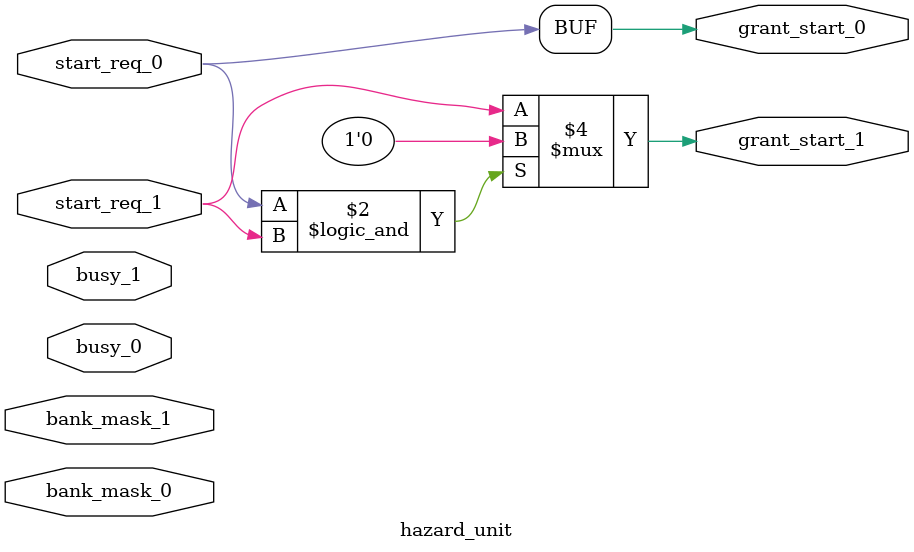
<source format=v>
`timescale 1ns / 1ps
module hazard_unit(
    input start_req_0, input start_req_1,
    input [3:0] bank_mask_0, input [3:0] bank_mask_1,
    input busy_0, input busy_1,
    output reg grant_start_0, output reg grant_start_1
);
    always @(*) begin
        grant_start_0 = start_req_0;
        grant_start_1 = start_req_1;
        // Priority: Core 0 wins collision
        if (start_req_0 && start_req_1) grant_start_1 = 0; 
    end
endmodule

</source>
